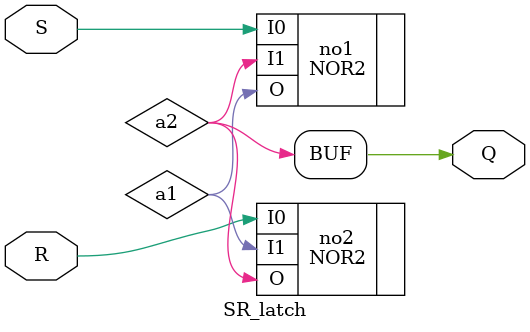
<source format=v>
`timescale 1ns / 1ps
module SR_latch(
	input wire S,
	input wire R,
	output wire Q
    );
	wire a1,a2;
	
	NOR2 no1(.I0(S),.I1(a2),.O(a1));
	NOR2 no2(.I0(R),.I1(a1),.O(a2));
	assign Q = a2;

endmodule

</source>
